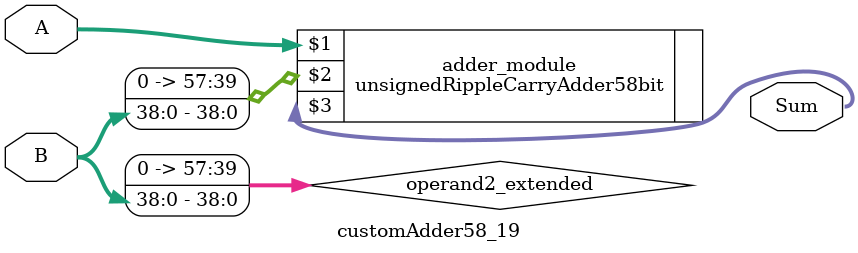
<source format=v>
module customAdder58_19(
                        input [57 : 0] A,
                        input [38 : 0] B,
                        
                        output [58 : 0] Sum
                );

        wire [57 : 0] operand2_extended;
        
        assign operand2_extended =  {19'b0, B};
        
        unsignedRippleCarryAdder58bit adder_module(
            A,
            operand2_extended,
            Sum
        );
        
        endmodule
        
</source>
